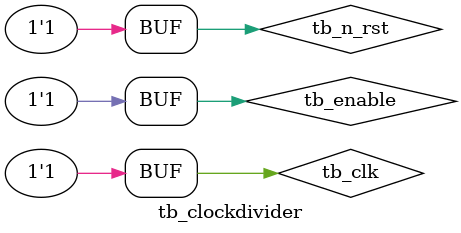
<source format=sv>
`timescale 1ns / 10ps

module tb_clockdivider();
  
  // Define parameters
	parameter CLK_PERIOD				= 6.66;

  
  reg tb_clk;
  reg tb_n_rst;
	reg tb_enable;
	reg tb_flag;

	clockdivider DUT
	(
		.clk(tb_clk),
		.n_rst(tb_n_rst),
		.enable(tb_enable),
		.flag_pulse(tb_flag)
	);
	
	always
	begin : CLK_GEN
		tb_clk = 1'b0;
		#(CLK_PERIOD / 2);
		tb_clk = 1'b1;
		#(CLK_PERIOD / 2);
	end
	
	initial
	begin 
		tb_n_rst = 0;
	  tb_enable = 0;
	  #1;
	  tb_n_rst = 1;
	  tb_enable = 0;
	  #10;
	  tb_enable= 1;
	  
	  
    
	end 
	
endmodule
</source>
